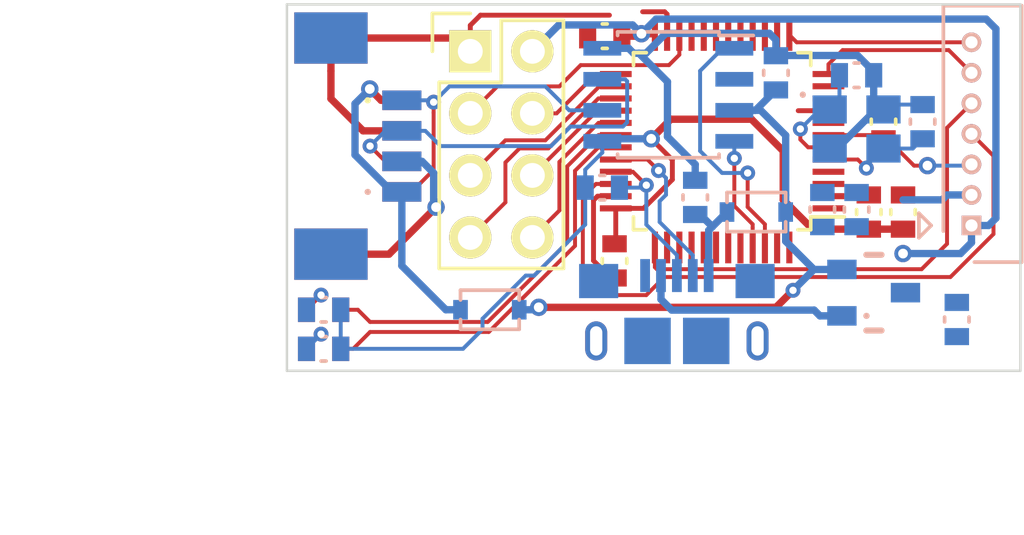
<source format=kicad_pcb>
(kicad_pcb (version 4) (host pcbnew 4.0.1-stable)

  (general
    (links 91)
    (no_connects 71)
    (area 19.949999 18.949999 50.050001 34.050001)
    (thickness 1.6)
    (drawings 6)
    (tracks 291)
    (zones 0)
    (modules 28)
    (nets 30)
  )

  (page A4)
  (layers
    (0 F.Cu signal)
    (31 B.Cu signal)
    (32 B.Adhes user hide)
    (33 F.Adhes user hide)
    (34 B.Paste user hide)
    (35 F.Paste user hide)
    (36 B.SilkS user)
    (37 F.SilkS user)
    (38 B.Mask user)
    (39 F.Mask user)
    (40 Dwgs.User user)
    (41 Cmts.User user)
    (42 Eco1.User user hide)
    (43 Eco2.User user hide)
    (44 Edge.Cuts user)
    (45 Margin user)
    (46 B.CrtYd user)
    (47 F.CrtYd user)
    (48 B.Fab user hide)
    (49 F.Fab user hide)
  )

  (setup
    (last_trace_width 0.2)
    (user_trace_width 0.2)
    (user_trace_width 0.3)
    (user_trace_width 0.4)
    (trace_clearance 0.16)
    (zone_clearance 0.508)
    (zone_45_only no)
    (trace_min 0.1525)
    (segment_width 0.2)
    (edge_width 0.1)
    (via_size 0.61)
    (via_drill 0.3)
    (via_min_size 0.61)
    (via_min_drill 0.3)
    (user_via 0.71 0.4)
    (user_via 0.81 0.5)
    (uvia_size 0.3)
    (uvia_drill 0.1)
    (uvias_allowed no)
    (uvia_min_size 0.2)
    (uvia_min_drill 0.1)
    (pcb_text_width 0.3)
    (pcb_text_size 1.5 1.5)
    (mod_edge_width 0.15)
    (mod_text_size 1 1)
    (mod_text_width 0.15)
    (pad_size 1.5 1.5)
    (pad_drill 0.6)
    (pad_to_mask_clearance 0)
    (aux_axis_origin 0 0)
    (grid_origin 67 16.8)
    (visible_elements FFFFFF7F)
    (pcbplotparams
      (layerselection 0x00030_80000001)
      (usegerberextensions false)
      (excludeedgelayer true)
      (linewidth 0.100000)
      (plotframeref false)
      (viasonmask false)
      (mode 1)
      (useauxorigin false)
      (hpglpennumber 1)
      (hpglpenspeed 20)
      (hpglpendiameter 15)
      (hpglpenoverlay 2)
      (psnegative false)
      (psa4output false)
      (plotreference true)
      (plotvalue true)
      (plotinvisibletext false)
      (padsonsilk false)
      (subtractmaskfromsilk false)
      (outputformat 1)
      (mirror false)
      (drillshape 1)
      (scaleselection 1)
      (outputdirectory ""))
  )

  (net 0 "")
  (net 1 GND)
  (net 2 VCC)
  (net 3 /NRST)
  (net 4 "Net-(C6-Pad2)")
  (net 5 "Net-(C7-Pad2)")
  (net 6 /V_USB)
  (net 7 /SWDIO)
  (net 8 /SWCLK)
  (net 9 "Net-(CONN2-Pad6)")
  (net 10 "Net-(CONN3-Pad4)")
  (net 11 "Net-(CONN3-Pad3)")
  (net 12 /V_CAN_BUS)
  (net 13 "Net-(D1-Pad2)")
  (net 14 "Net-(D2-Pad2)")
  (net 15 /nRF_CE)
  (net 16 /nRF_CSN)
  (net 17 /nRF_IRQ)
  (net 18 /USB_D+)
  (net 19 /USB_D-)
  (net 20 /CAN1_RX)
  (net 21 /CAN1_TX)
  (net 22 +5V)
  (net 23 /SPI2_SCK)
  (net 24 /SPI2_MOSI)
  (net 25 /SPI2_MISO)
  (net 26 /RX_LED)
  (net 27 /TX_LED)
  (net 28 /UART2_TX)
  (net 29 /UART2_RX)

  (net_class Default "This is the default net class."
    (clearance 0.16)
    (trace_width 0.16)
    (via_dia 0.61)
    (via_drill 0.3)
    (uvia_dia 0.3)
    (uvia_drill 0.1)
    (add_net +5V)
    (add_net /CAN1_RX)
    (add_net /CAN1_TX)
    (add_net /NRST)
    (add_net /RX_LED)
    (add_net /SPI2_MISO)
    (add_net /SPI2_MOSI)
    (add_net /SPI2_SCK)
    (add_net /SWCLK)
    (add_net /SWDIO)
    (add_net /TX_LED)
    (add_net /UART2_RX)
    (add_net /UART2_TX)
    (add_net /USB_D+)
    (add_net /USB_D-)
    (add_net /V_CAN_BUS)
    (add_net /V_USB)
    (add_net /nRF_CE)
    (add_net /nRF_CSN)
    (add_net /nRF_IRQ)
    (add_net GND)
    (add_net "Net-(C6-Pad2)")
    (add_net "Net-(C7-Pad2)")
    (add_net "Net-(CONN2-Pad6)")
    (add_net "Net-(CONN3-Pad3)")
    (add_net "Net-(CONN3-Pad4)")
    (add_net "Net-(D1-Pad2)")
    (add_net "Net-(D2-Pad2)")
    (add_net VCC)
  )

  (module Housings_QFP:LQFP-48_7x7mm_Pitch0.5mm (layer F.Cu) (tedit 56CA4698) (tstamp 563A6CBD)
    (at 37.8 24.6 180)
    (descr "48 LEAD LQFP 7x7mm (see MICREL LQFP7x7-48LD-PL-1.pdf)")
    (tags "QFP 0.5")
    (path /5591172E)
    (attr smd)
    (fp_text reference U1 (at 0 -6 180) (layer F.SilkS) hide
      (effects (font (size 1 1) (thickness 0.15)))
    )
    (fp_text value STM32F302C8T (at 0 6 180) (layer F.Fab) hide
      (effects (font (size 1 1) (thickness 0.15)))
    )
    (fp_line (start -5.25 -5.25) (end -5.25 5.25) (layer F.CrtYd) (width 0.05))
    (fp_line (start 5.25 -5.25) (end 5.25 5.25) (layer F.CrtYd) (width 0.05))
    (fp_line (start -5.25 -5.25) (end 5.25 -5.25) (layer F.CrtYd) (width 0.05))
    (fp_line (start -5.25 5.25) (end 5.25 5.25) (layer F.CrtYd) (width 0.05))
    (fp_line (start -3.625 -3.625) (end -3.625 -3.1) (layer F.SilkS) (width 0.15))
    (fp_line (start 3.625 -3.625) (end 3.625 -3.1) (layer F.SilkS) (width 0.15))
    (fp_line (start 3.625 3.625) (end 3.625 3.1) (layer F.SilkS) (width 0.15))
    (fp_line (start -3.625 3.625) (end -3.625 3.1) (layer F.SilkS) (width 0.15))
    (fp_line (start -3.625 -3.625) (end -3.1 -3.625) (layer F.SilkS) (width 0.15))
    (fp_line (start -3.625 3.625) (end -3.1 3.625) (layer F.SilkS) (width 0.15))
    (fp_line (start 3.625 3.625) (end 3.1 3.625) (layer F.SilkS) (width 0.15))
    (fp_line (start 3.625 -3.625) (end 3.1 -3.625) (layer F.SilkS) (width 0.15))
    (fp_line (start -3.625 -3.1) (end -5 -3.1) (layer F.SilkS) (width 0.15))
    (pad 1 smd rect (at -4.35 -2.75 180) (size 1.3 0.25) (layers F.Cu F.Paste F.Mask)
      (net 2 VCC))
    (pad 2 smd rect (at -4.35 -2.25 180) (size 1.3 0.25) (layers F.Cu F.Paste F.Mask))
    (pad 3 smd rect (at -4.35 -1.75 180) (size 1.3 0.25) (layers F.Cu F.Paste F.Mask))
    (pad 4 smd rect (at -4.35 -1.25 180) (size 1.3 0.25) (layers F.Cu F.Paste F.Mask))
    (pad 5 smd rect (at -4.35 -0.75 180) (size 1.3 0.25) (layers F.Cu F.Paste F.Mask)
      (net 5 "Net-(C7-Pad2)"))
    (pad 6 smd rect (at -4.35 -0.25 180) (size 1.3 0.25) (layers F.Cu F.Paste F.Mask)
      (net 4 "Net-(C6-Pad2)"))
    (pad 7 smd rect (at -4.35 0.25 180) (size 1.3 0.25) (layers F.Cu F.Paste F.Mask)
      (net 3 /NRST))
    (pad 8 smd rect (at -4.35 0.75 180) (size 1.3 0.25) (layers F.Cu F.Paste F.Mask)
      (net 1 GND))
    (pad 9 smd rect (at -4.35 1.25 180) (size 1.3 0.25) (layers F.Cu F.Paste F.Mask)
      (net 2 VCC))
    (pad 10 smd rect (at -4.35 1.75 180) (size 1.3 0.25) (layers F.Cu F.Paste F.Mask))
    (pad 11 smd rect (at -4.35 2.25 180) (size 1.3 0.25) (layers F.Cu F.Paste F.Mask))
    (pad 12 smd rect (at -4.35 2.75 180) (size 1.3 0.25) (layers F.Cu F.Paste F.Mask)
      (net 28 /UART2_TX))
    (pad 13 smd rect (at -2.75 4.35 270) (size 1.3 0.25) (layers F.Cu F.Paste F.Mask)
      (net 29 /UART2_RX))
    (pad 14 smd rect (at -2.25 4.35 270) (size 1.3 0.25) (layers F.Cu F.Paste F.Mask))
    (pad 15 smd rect (at -1.75 4.35 270) (size 1.3 0.25) (layers F.Cu F.Paste F.Mask))
    (pad 16 smd rect (at -1.25 4.35 270) (size 1.3 0.25) (layers F.Cu F.Paste F.Mask))
    (pad 17 smd rect (at -0.75 4.35 270) (size 1.3 0.25) (layers F.Cu F.Paste F.Mask))
    (pad 18 smd rect (at -0.25 4.35 270) (size 1.3 0.25) (layers F.Cu F.Paste F.Mask))
    (pad 19 smd rect (at 0.25 4.35 270) (size 1.3 0.25) (layers F.Cu F.Paste F.Mask))
    (pad 20 smd rect (at 0.75 4.35 270) (size 1.3 0.25) (layers F.Cu F.Paste F.Mask))
    (pad 21 smd rect (at 1.25 4.35 270) (size 1.3 0.25) (layers F.Cu F.Paste F.Mask))
    (pad 22 smd rect (at 1.75 4.35 270) (size 1.3 0.25) (layers F.Cu F.Paste F.Mask)
      (net 15 /nRF_CE))
    (pad 23 smd rect (at 2.25 4.35 270) (size 1.3 0.25) (layers F.Cu F.Paste F.Mask)
      (net 1 GND))
    (pad 24 smd rect (at 2.75 4.35 270) (size 1.3 0.25) (layers F.Cu F.Paste F.Mask)
      (net 2 VCC))
    (pad 25 smd rect (at 4.35 2.75 180) (size 1.3 0.25) (layers F.Cu F.Paste F.Mask)
      (net 16 /nRF_CSN))
    (pad 26 smd rect (at 4.35 2.25 180) (size 1.3 0.25) (layers F.Cu F.Paste F.Mask)
      (net 23 /SPI2_SCK))
    (pad 27 smd rect (at 4.35 1.75 180) (size 1.3 0.25) (layers F.Cu F.Paste F.Mask)
      (net 25 /SPI2_MISO))
    (pad 28 smd rect (at 4.35 1.25 180) (size 1.3 0.25) (layers F.Cu F.Paste F.Mask)
      (net 24 /SPI2_MOSI))
    (pad 29 smd rect (at 4.35 0.75 180) (size 1.3 0.25) (layers F.Cu F.Paste F.Mask)
      (net 17 /nRF_IRQ))
    (pad 30 smd rect (at 4.35 0.25 180) (size 1.3 0.25) (layers F.Cu F.Paste F.Mask)
      (net 27 /TX_LED))
    (pad 31 smd rect (at 4.35 -0.25 180) (size 1.3 0.25) (layers F.Cu F.Paste F.Mask)
      (net 26 /RX_LED))
    (pad 32 smd rect (at 4.35 -0.75 180) (size 1.3 0.25) (layers F.Cu F.Paste F.Mask)
      (net 19 /USB_D-))
    (pad 33 smd rect (at 4.35 -1.25 180) (size 1.3 0.25) (layers F.Cu F.Paste F.Mask)
      (net 18 /USB_D+))
    (pad 34 smd rect (at 4.35 -1.75 180) (size 1.3 0.25) (layers F.Cu F.Paste F.Mask)
      (net 7 /SWDIO))
    (pad 35 smd rect (at 4.35 -2.25 180) (size 1.3 0.25) (layers F.Cu F.Paste F.Mask)
      (net 1 GND))
    (pad 36 smd rect (at 4.35 -2.75 180) (size 1.3 0.25) (layers F.Cu F.Paste F.Mask)
      (net 2 VCC))
    (pad 37 smd rect (at 2.75 -4.35 270) (size 1.3 0.25) (layers F.Cu F.Paste F.Mask)
      (net 8 /SWCLK))
    (pad 38 smd rect (at 2.25 -4.35 270) (size 1.3 0.25) (layers F.Cu F.Paste F.Mask))
    (pad 39 smd rect (at 1.75 -4.35 270) (size 1.3 0.25) (layers F.Cu F.Paste F.Mask))
    (pad 40 smd rect (at 1.25 -4.35 270) (size 1.3 0.25) (layers F.Cu F.Paste F.Mask))
    (pad 41 smd rect (at 0.75 -4.35 270) (size 1.3 0.25) (layers F.Cu F.Paste F.Mask))
    (pad 42 smd rect (at 0.25 -4.35 270) (size 1.3 0.25) (layers F.Cu F.Paste F.Mask))
    (pad 43 smd rect (at -0.25 -4.35 270) (size 1.3 0.25) (layers F.Cu F.Paste F.Mask))
    (pad 44 smd rect (at -0.75 -4.35 270) (size 1.3 0.25) (layers F.Cu F.Paste F.Mask)
      (net 1 GND))
    (pad 45 smd rect (at -1.25 -4.35 270) (size 1.3 0.25) (layers F.Cu F.Paste F.Mask)
      (net 20 /CAN1_RX))
    (pad 46 smd rect (at -1.75 -4.35 270) (size 1.3 0.25) (layers F.Cu F.Paste F.Mask)
      (net 21 /CAN1_TX))
    (pad 47 smd rect (at -2.25 -4.35 270) (size 1.3 0.25) (layers F.Cu F.Paste F.Mask)
      (net 1 GND))
    (pad 48 smd rect (at -2.75 -4.35 270) (size 1.3 0.25) (layers F.Cu F.Paste F.Mask)
      (net 2 VCC))
    (model Housings_QFP.3dshapes/LQFP-48_7x7mm_Pitch0.5mm.wrl
      (at (xyz 0 0 0))
      (scale (xyz 1 1 1))
      (rotate (xyz 0 0 0))
    )
  )

  (module _std:_0603 (layer F.Cu) (tedit 52FFB20E) (tstamp 563A6BE5)
    (at 44.4 23.8 90)
    (path /5562322D)
    (fp_text reference C4 (at 0 0 90) (layer F.SilkS) hide
      (effects (font (size 0.5 0.5) (thickness 0.125)))
    )
    (fp_text value 100nF (at 0 0 90) (layer F.SilkS) hide
      (effects (font (size 0.5 0.5) (thickness 0.125)))
    )
    (fp_line (start 0.1 0.5) (end -0.1 0.5) (layer F.SilkS) (width 0.15))
    (fp_line (start 0.1 -0.5) (end -0.1 -0.5) (layer F.SilkS) (width 0.15))
    (pad 2 smd rect (at 0.7 0 90) (size 0.7 1) (layers F.Cu F.Paste F.Mask)
      (net 1 GND))
    (pad 1 smd rect (at -0.7 0 90) (size 0.7 1) (layers F.Cu F.Paste F.Mask)
      (net 3 /NRST))
  )

  (module _connectors:_Molex-PicoBlade-SMD-4 (layer F.Cu) (tedit 563A6D9F) (tstamp 563A6C3B)
    (at 21.8 24.8 270)
    (path /55D47BFA)
    (fp_text reference CONN4 (at 0 -0.8 270) (layer F.SilkS) hide
      (effects (font (size 0.5 0.5) (thickness 0.125)))
    )
    (fp_text value CAN1 (at 0 0.7 270) (layer F.SilkS) hide
      (effects (font (size 0.5 0.5) (thickness 0.125)))
    )
    (fp_line (start -1.875 -1.5) (end -1.875 -1.51) (layer F.SilkS) (width 0.25))
    (pad 4 smd rect (at 1.875 -2.9 270) (size 0.8 1.6) (layers F.Cu F.Paste F.Mask)
      (net 10 "Net-(CONN3-Pad4)"))
    (pad 3 smd rect (at 0.625 -2.9 270) (size 0.8 1.6) (layers F.Cu F.Paste F.Mask)
      (net 11 "Net-(CONN3-Pad3)"))
    (pad 2 smd rect (at -0.625 -2.9 270) (size 0.8 1.6) (layers F.Cu F.Paste F.Mask)
      (net 1 GND))
    (pad 1 smd rect (at -1.875 -2.9 270) (size 0.8 1.6) (layers F.Cu F.Paste F.Mask)
      (net 12 /V_CAN_BUS))
    (pad MECH smd rect (at -4.425 0 270) (size 2.1 3) (layers F.Cu F.Paste F.Mask)
      (net 1 GND))
    (pad MECH smd rect (at 4.425 0 270) (size 2.1 3) (layers F.Cu F.Paste F.Mask)
      (net 1 GND))
  )

  (module _std:_0603 (layer F.Cu) (tedit 52FFB20E) (tstamp 563A6BD3)
    (at 45.2 27.5 90)
    (path /5561F145)
    (fp_text reference C1 (at 0 0 90) (layer F.SilkS) hide
      (effects (font (size 0.5 0.5) (thickness 0.125)))
    )
    (fp_text value 4.7uF (at 0 0 90) (layer F.SilkS) hide
      (effects (font (size 0.5 0.5) (thickness 0.125)))
    )
    (fp_line (start 0.1 0.5) (end -0.1 0.5) (layer F.SilkS) (width 0.15))
    (fp_line (start 0.1 -0.5) (end -0.1 -0.5) (layer F.SilkS) (width 0.15))
    (pad 2 smd rect (at 0.7 0 90) (size 0.7 1) (layers F.Cu F.Paste F.Mask)
      (net 1 GND))
    (pad 1 smd rect (at -0.7 0 90) (size 0.7 1) (layers F.Cu F.Paste F.Mask)
      (net 2 VCC))
  )

  (module _std:_0603 (layer F.Cu) (tedit 52FFB20E) (tstamp 563A6BD9)
    (at 33 20.3 180)
    (path /5561F125)
    (fp_text reference C2 (at 0 0 180) (layer F.SilkS) hide
      (effects (font (size 0.5 0.5) (thickness 0.125)))
    )
    (fp_text value 100nF (at 0 0 180) (layer F.SilkS) hide
      (effects (font (size 0.5 0.5) (thickness 0.125)))
    )
    (fp_line (start 0.1 0.5) (end -0.1 0.5) (layer F.SilkS) (width 0.15))
    (fp_line (start 0.1 -0.5) (end -0.1 -0.5) (layer F.SilkS) (width 0.15))
    (pad 2 smd rect (at 0.7 0 180) (size 0.7 1) (layers F.Cu F.Paste F.Mask)
      (net 1 GND))
    (pad 1 smd rect (at -0.7 0 180) (size 0.7 1) (layers F.Cu F.Paste F.Mask)
      (net 2 VCC))
  )

  (module _std:_0603 (layer F.Cu) (tedit 52FFB20E) (tstamp 563A6BDF)
    (at 33.4 29.5 270)
    (path /5561F104)
    (fp_text reference C3 (at 0 0 270) (layer F.SilkS) hide
      (effects (font (size 0.5 0.5) (thickness 0.125)))
    )
    (fp_text value 100nF (at 0 0 270) (layer F.SilkS) hide
      (effects (font (size 0.5 0.5) (thickness 0.125)))
    )
    (fp_line (start 0.1 0.5) (end -0.1 0.5) (layer F.SilkS) (width 0.15))
    (fp_line (start 0.1 -0.5) (end -0.1 -0.5) (layer F.SilkS) (width 0.15))
    (pad 2 smd rect (at 0.7 0 270) (size 0.7 1) (layers F.Cu F.Paste F.Mask)
      (net 1 GND))
    (pad 1 smd rect (at -0.7 0 270) (size 0.7 1) (layers F.Cu F.Paste F.Mask)
      (net 2 VCC))
  )

  (module _std:_0603 (layer F.Cu) (tedit 52FFB20E) (tstamp 563A6BEB)
    (at 43.8 27.5 90)
    (path /5561F0E9)
    (fp_text reference C5 (at 0 0 90) (layer F.SilkS) hide
      (effects (font (size 0.5 0.5) (thickness 0.125)))
    )
    (fp_text value 100nF (at 0 0 90) (layer F.SilkS) hide
      (effects (font (size 0.5 0.5) (thickness 0.125)))
    )
    (fp_line (start 0.1 0.5) (end -0.1 0.5) (layer F.SilkS) (width 0.15))
    (fp_line (start 0.1 -0.5) (end -0.1 -0.5) (layer F.SilkS) (width 0.15))
    (pad 2 smd rect (at 0.7 0 90) (size 0.7 1) (layers F.Cu F.Paste F.Mask)
      (net 1 GND))
    (pad 1 smd rect (at -0.7 0 90) (size 0.7 1) (layers F.Cu F.Paste F.Mask)
      (net 2 VCC))
  )

  (module _std:_0603 (layer B.Cu) (tedit 52FFB20E) (tstamp 563A6BF1)
    (at 43.3 21.9 180)
    (path /55621176)
    (fp_text reference C6 (at 0 0 180) (layer B.SilkS) hide
      (effects (font (size 0.5 0.5) (thickness 0.125)) (justify mirror))
    )
    (fp_text value 10pF (at 0 0 180) (layer B.SilkS) hide
      (effects (font (size 0.5 0.5) (thickness 0.125)) (justify mirror))
    )
    (fp_line (start 0.1 -0.5) (end -0.1 -0.5) (layer B.SilkS) (width 0.15))
    (fp_line (start 0.1 0.5) (end -0.1 0.5) (layer B.SilkS) (width 0.15))
    (pad 2 smd rect (at 0.7 0 180) (size 0.7 1) (layers B.Cu B.Paste B.Mask)
      (net 4 "Net-(C6-Pad2)"))
    (pad 1 smd rect (at -0.7 0 180) (size 0.7 1) (layers B.Cu B.Paste B.Mask)
      (net 1 GND))
  )

  (module _std:_0603 (layer B.Cu) (tedit 52FFB20E) (tstamp 563A6BF7)
    (at 46 23.8 270)
    (path /556210C8)
    (fp_text reference C7 (at 0 0 270) (layer B.SilkS) hide
      (effects (font (size 0.5 0.5) (thickness 0.125)) (justify mirror))
    )
    (fp_text value 10pF (at 0 0 270) (layer B.SilkS) hide
      (effects (font (size 0.5 0.5) (thickness 0.125)) (justify mirror))
    )
    (fp_line (start 0.1 -0.5) (end -0.1 -0.5) (layer B.SilkS) (width 0.15))
    (fp_line (start 0.1 0.5) (end -0.1 0.5) (layer B.SilkS) (width 0.15))
    (pad 2 smd rect (at 0.7 0 270) (size 0.7 1) (layers B.Cu B.Paste B.Mask)
      (net 5 "Net-(C7-Pad2)"))
    (pad 1 smd rect (at -0.7 0 270) (size 0.7 1) (layers B.Cu B.Paste B.Mask)
      (net 1 GND))
  )

  (module _std:_0603 (layer B.Cu) (tedit 52FFB20E) (tstamp 563A6BFD)
    (at 40 21.8 90)
    (path /560F039C)
    (fp_text reference C8 (at 0 0 90) (layer B.SilkS) hide
      (effects (font (size 0.5 0.5) (thickness 0.125)) (justify mirror))
    )
    (fp_text value 100nF (at 0 0 90) (layer B.SilkS) hide
      (effects (font (size 0.5 0.5) (thickness 0.125)) (justify mirror))
    )
    (fp_line (start 0.1 -0.5) (end -0.1 -0.5) (layer B.SilkS) (width 0.15))
    (fp_line (start 0.1 0.5) (end -0.1 0.5) (layer B.SilkS) (width 0.15))
    (pad 2 smd rect (at 0.7 0 90) (size 0.7 1) (layers B.Cu B.Paste B.Mask)
      (net 1 GND))
    (pad 1 smd rect (at -0.7 0 90) (size 0.7 1) (layers B.Cu B.Paste B.Mask)
      (net 22 +5V))
  )

  (module _std:_0603 (layer B.Cu) (tedit 52FFB20E) (tstamp 563A6C03)
    (at 41.9 27.4 90)
    (path /563B4E3B)
    (fp_text reference C9 (at 0 0 90) (layer B.SilkS) hide
      (effects (font (size 0.5 0.5) (thickness 0.125)) (justify mirror))
    )
    (fp_text value 22uF (at 0 0 90) (layer B.SilkS) hide
      (effects (font (size 0.5 0.5) (thickness 0.125)) (justify mirror))
    )
    (fp_line (start 0.1 -0.5) (end -0.1 -0.5) (layer B.SilkS) (width 0.15))
    (fp_line (start 0.1 0.5) (end -0.1 0.5) (layer B.SilkS) (width 0.15))
    (pad 2 smd rect (at 0.7 0 90) (size 0.7 1) (layers B.Cu B.Paste B.Mask)
      (net 1 GND))
    (pad 1 smd rect (at -0.7 0 90) (size 0.7 1) (layers B.Cu B.Paste B.Mask)
      (net 22 +5V))
  )

  (module _std:_0603 (layer B.Cu) (tedit 52FFB20E) (tstamp 563A6C09)
    (at 43.3 27.4 90)
    (path /55D2FDCA)
    (fp_text reference C10 (at 0 0 90) (layer B.SilkS) hide
      (effects (font (size 0.5 0.5) (thickness 0.125)) (justify mirror))
    )
    (fp_text value 1uF (at 0 0 90) (layer B.SilkS) hide
      (effects (font (size 0.5 0.5) (thickness 0.125)) (justify mirror))
    )
    (fp_line (start 0.1 -0.5) (end -0.1 -0.5) (layer B.SilkS) (width 0.15))
    (fp_line (start 0.1 0.5) (end -0.1 0.5) (layer B.SilkS) (width 0.15))
    (pad 2 smd rect (at 0.7 0 90) (size 0.7 1) (layers B.Cu B.Paste B.Mask)
      (net 1 GND))
    (pad 1 smd rect (at -0.7 0 90) (size 0.7 1) (layers B.Cu B.Paste B.Mask)
      (net 22 +5V))
  )

  (module _std:_0603 (layer B.Cu) (tedit 52FFB20E) (tstamp 563A6C0F)
    (at 36.7 26.9 90)
    (path /560BF88C)
    (fp_text reference C11 (at 0 0 90) (layer B.SilkS) hide
      (effects (font (size 0.5 0.5) (thickness 0.125)) (justify mirror))
    )
    (fp_text value 100nF (at 0 0 90) (layer B.SilkS) hide
      (effects (font (size 0.5 0.5) (thickness 0.125)) (justify mirror))
    )
    (fp_line (start 0.1 -0.5) (end -0.1 -0.5) (layer B.SilkS) (width 0.15))
    (fp_line (start 0.1 0.5) (end -0.1 0.5) (layer B.SilkS) (width 0.15))
    (pad 2 smd rect (at 0.7 0 90) (size 0.7 1) (layers B.Cu B.Paste B.Mask)
      (net 1 GND))
    (pad 1 smd rect (at -0.7 0 90) (size 0.7 1) (layers B.Cu B.Paste B.Mask)
      (net 6 /V_USB))
  )

  (module _connectors:_Molex-PicoBlade-SMD-4 (layer B.Cu) (tedit 563A6D93) (tstamp 563A6C31)
    (at 21.8 24.8 90)
    (path /5561FFB6)
    (fp_text reference CONN3 (at 0 0.8 90) (layer B.SilkS) hide
      (effects (font (size 0.5 0.5) (thickness 0.125)) (justify mirror))
    )
    (fp_text value CAN1 (at 0 -0.7 90) (layer B.SilkS) hide
      (effects (font (size 0.5 0.5) (thickness 0.125)) (justify mirror))
    )
    (fp_line (start -1.875 1.5) (end -1.875 1.51) (layer B.SilkS) (width 0.25))
    (pad 4 smd rect (at 1.875 2.9 90) (size 0.8 1.6) (layers B.Cu B.Paste B.Mask)
      (net 10 "Net-(CONN3-Pad4)"))
    (pad 3 smd rect (at 0.625 2.9 90) (size 0.8 1.6) (layers B.Cu B.Paste B.Mask)
      (net 11 "Net-(CONN3-Pad3)"))
    (pad 2 smd rect (at -0.625 2.9 90) (size 0.8 1.6) (layers B.Cu B.Paste B.Mask)
      (net 1 GND))
    (pad 1 smd rect (at -1.875 2.9 90) (size 0.8 1.6) (layers B.Cu B.Paste B.Mask)
      (net 12 /V_CAN_BUS))
    (pad MECH smd rect (at -4.425 0 90) (size 2.1 3) (layers B.Cu B.Paste B.Mask)
      (net 1 GND))
    (pad MECH smd rect (at 4.425 0 90) (size 2.1 3) (layers B.Cu B.Paste B.Mask)
      (net 1 GND))
  )

  (module _std:_0603 (layer F.Cu) (tedit 52FFB20E) (tstamp 563A6C41)
    (at 21.5 33.1 180)
    (path /55624274)
    (fp_text reference D1 (at 0 0 180) (layer F.SilkS) hide
      (effects (font (size 0.5 0.5) (thickness 0.125)))
    )
    (fp_text value RX (at 0 0 180) (layer F.SilkS) hide
      (effects (font (size 0.5 0.5) (thickness 0.125)))
    )
    (fp_line (start 0.1 0.5) (end -0.1 0.5) (layer F.SilkS) (width 0.15))
    (fp_line (start 0.1 -0.5) (end -0.1 -0.5) (layer F.SilkS) (width 0.15))
    (pad 2 smd rect (at 0.7 0 180) (size 0.7 1) (layers F.Cu F.Paste F.Mask)
      (net 13 "Net-(D1-Pad2)"))
    (pad 1 smd rect (at -0.7 0 180) (size 0.7 1) (layers F.Cu F.Paste F.Mask)
      (net 26 /RX_LED))
  )

  (module _std:_0603 (layer F.Cu) (tedit 52FFB20E) (tstamp 563A6C47)
    (at 21.5 31.5 180)
    (path /55622E77)
    (fp_text reference D2 (at 0 0 180) (layer F.SilkS) hide
      (effects (font (size 0.5 0.5) (thickness 0.125)))
    )
    (fp_text value TX (at 0 0 180) (layer F.SilkS) hide
      (effects (font (size 0.5 0.5) (thickness 0.125)))
    )
    (fp_line (start 0.1 0.5) (end -0.1 0.5) (layer F.SilkS) (width 0.15))
    (fp_line (start 0.1 -0.5) (end -0.1 -0.5) (layer F.SilkS) (width 0.15))
    (pad 2 smd rect (at 0.7 0 180) (size 0.7 1) (layers F.Cu F.Paste F.Mask)
      (net 14 "Net-(D2-Pad2)"))
    (pad 1 smd rect (at -0.7 0 180) (size 0.7 1) (layers F.Cu F.Paste F.Mask)
      (net 27 /TX_LED))
  )

  (module Pin_Headers:Pin_Header_Straight_2x04 (layer F.Cu) (tedit 563A6E50) (tstamp 563A6C65)
    (at 27.5 20.92)
    (descr "Through hole pin header")
    (tags "pin header")
    (path /563A9D04)
    (fp_text reference P1 (at 0 -5.1) (layer F.SilkS) hide
      (effects (font (size 1 1) (thickness 0.15)))
    )
    (fp_text value CONN_02X04 (at 0 -3.1) (layer F.Fab) hide
      (effects (font (size 1 1) (thickness 0.15)))
    )
    (fp_line (start -1.75 -1.75) (end -1.75 9.4) (layer F.CrtYd) (width 0.05))
    (fp_line (start 4.3 -1.75) (end 4.3 9.4) (layer F.CrtYd) (width 0.05))
    (fp_line (start -1.75 -1.75) (end 4.3 -1.75) (layer F.CrtYd) (width 0.05))
    (fp_line (start -1.75 9.4) (end 4.3 9.4) (layer F.CrtYd) (width 0.05))
    (fp_line (start -1.27 1.27) (end -1.27 8.89) (layer F.SilkS) (width 0.15))
    (fp_line (start -1.27 8.89) (end 3.81 8.89) (layer F.SilkS) (width 0.15))
    (fp_line (start 3.81 8.89) (end 3.81 -1.27) (layer F.SilkS) (width 0.15))
    (fp_line (start 3.81 -1.27) (end 1.27 -1.27) (layer F.SilkS) (width 0.15))
    (fp_line (start 0 -1.55) (end -1.55 -1.55) (layer F.SilkS) (width 0.15))
    (fp_line (start 1.27 -1.27) (end 1.27 1.27) (layer F.SilkS) (width 0.15))
    (fp_line (start 1.27 1.27) (end -1.27 1.27) (layer F.SilkS) (width 0.15))
    (fp_line (start -1.55 -1.55) (end -1.55 0) (layer F.SilkS) (width 0.15))
    (pad 1 thru_hole rect (at 0 0) (size 1.7272 1.7272) (drill 1.016) (layers *.Cu *.Mask F.SilkS)
      (net 1 GND))
    (pad 2 thru_hole oval (at 2.54 0) (size 1.7272 1.7272) (drill 1.016) (layers *.Cu *.Mask F.SilkS)
      (net 2 VCC))
    (pad 3 thru_hole oval (at 0 2.54) (size 1.7272 1.7272) (drill 1.016) (layers *.Cu *.Mask F.SilkS)
      (net 15 /nRF_CE))
    (pad 4 thru_hole oval (at 2.54 2.54) (size 1.7272 1.7272) (drill 1.016) (layers *.Cu *.Mask F.SilkS)
      (net 16 /nRF_CSN))
    (pad 5 thru_hole oval (at 0 5.08) (size 1.7272 1.7272) (drill 1.016) (layers *.Cu *.Mask F.SilkS)
      (net 23 /SPI2_SCK))
    (pad 6 thru_hole oval (at 2.54 5.08) (size 1.7272 1.7272) (drill 1.016) (layers *.Cu *.Mask F.SilkS)
      (net 24 /SPI2_MOSI))
    (pad 7 thru_hole oval (at 0 7.62) (size 1.7272 1.7272) (drill 1.016) (layers *.Cu *.Mask F.SilkS)
      (net 25 /SPI2_MISO))
    (pad 8 thru_hole oval (at 2.54 7.62) (size 1.7272 1.7272) (drill 1.016) (layers *.Cu *.Mask F.SilkS)
      (net 17 /nRF_IRQ))
    (model Pin_Headers.3dshapes/Pin_Header_Straight_2x04.wrl
      (at (xyz 0.05 -0.15 0))
      (scale (xyz 1 1 1))
      (rotate (xyz 0 0 90))
    )
  )

  (module _std:_0603 (layer B.Cu) (tedit 52FFB20E) (tstamp 563A6C71)
    (at 21.5 33.1)
    (path /5562427A)
    (fp_text reference R2 (at 0 0) (layer B.SilkS) hide
      (effects (font (size 0.5 0.5) (thickness 0.125)) (justify mirror))
    )
    (fp_text value 1K (at 0 0) (layer B.SilkS) hide
      (effects (font (size 0.5 0.5) (thickness 0.125)) (justify mirror))
    )
    (fp_line (start 0.1 -0.5) (end -0.1 -0.5) (layer B.SilkS) (width 0.15))
    (fp_line (start 0.1 0.5) (end -0.1 0.5) (layer B.SilkS) (width 0.15))
    (pad 2 smd rect (at 0.7 0) (size 0.7 1) (layers B.Cu B.Paste B.Mask)
      (net 2 VCC))
    (pad 1 smd rect (at -0.7 0) (size 0.7 1) (layers B.Cu B.Paste B.Mask)
      (net 13 "Net-(D1-Pad2)"))
  )

  (module _std:_0603 (layer B.Cu) (tedit 52FFB20E) (tstamp 563A6C77)
    (at 21.5 31.5)
    (path /55622F4C)
    (fp_text reference R3 (at 0 0) (layer B.SilkS) hide
      (effects (font (size 0.5 0.5) (thickness 0.125)) (justify mirror))
    )
    (fp_text value 1K (at 0 0) (layer B.SilkS) hide
      (effects (font (size 0.5 0.5) (thickness 0.125)) (justify mirror))
    )
    (fp_line (start 0.1 -0.5) (end -0.1 -0.5) (layer B.SilkS) (width 0.15))
    (fp_line (start 0.1 0.5) (end -0.1 0.5) (layer B.SilkS) (width 0.15))
    (pad 2 smd rect (at 0.7 0) (size 0.7 1) (layers B.Cu B.Paste B.Mask)
      (net 2 VCC))
    (pad 1 smd rect (at -0.7 0) (size 0.7 1) (layers B.Cu B.Paste B.Mask)
      (net 14 "Net-(D2-Pad2)"))
  )

  (module _std:_0603 (layer B.Cu) (tedit 52FFB20E) (tstamp 563A6C7D)
    (at 32.9 26.5)
    (path /560C3883)
    (fp_text reference R4 (at 0 0) (layer B.SilkS) hide
      (effects (font (size 0.5 0.5) (thickness 0.125)) (justify mirror))
    )
    (fp_text value 1.5k (at 0 0) (layer B.SilkS) hide
      (effects (font (size 0.5 0.5) (thickness 0.125)) (justify mirror))
    )
    (fp_line (start 0.1 -0.5) (end -0.1 -0.5) (layer B.SilkS) (width 0.15))
    (fp_line (start 0.1 0.5) (end -0.1 0.5) (layer B.SilkS) (width 0.15))
    (pad 2 smd rect (at 0.7 0) (size 0.7 1) (layers B.Cu B.Paste B.Mask)
      (net 18 /USB_D+))
    (pad 1 smd rect (at -0.7 0) (size 0.7 1) (layers B.Cu B.Paste B.Mask)
      (net 2 VCC))
  )

  (module Housings_SOIC:SOIC-8_3.9x4.9mm_Pitch1.27mm (layer B.Cu) (tedit 563A6E88) (tstamp 563A6CC9)
    (at 35.6 22.7 180)
    (descr "8-Lead Plastic Small Outline (SN) - Narrow, 3.90 mm Body [SOIC] (see Microchip Packaging Specification 00000049BS.pdf)")
    (tags "SOIC 1.27")
    (path /55929DE5)
    (attr smd)
    (fp_text reference U2 (at 0 3.5 180) (layer B.SilkS) hide
      (effects (font (size 1 1) (thickness 0.15)) (justify mirror))
    )
    (fp_text value SN65HVD256 (at 0 -3.5 180) (layer B.Fab) hide
      (effects (font (size 1 1) (thickness 0.15)) (justify mirror))
    )
    (fp_line (start -3.75 2.75) (end -3.75 -2.75) (layer B.CrtYd) (width 0.05))
    (fp_line (start 3.75 2.75) (end 3.75 -2.75) (layer B.CrtYd) (width 0.05))
    (fp_line (start -3.75 2.75) (end 3.75 2.75) (layer B.CrtYd) (width 0.05))
    (fp_line (start -3.75 -2.75) (end 3.75 -2.75) (layer B.CrtYd) (width 0.05))
    (fp_line (start -2.075 2.575) (end -2.075 2.43) (layer B.SilkS) (width 0.15))
    (fp_line (start 2.075 2.575) (end 2.075 2.43) (layer B.SilkS) (width 0.15))
    (fp_line (start 2.075 -2.575) (end 2.075 -2.43) (layer B.SilkS) (width 0.15))
    (fp_line (start -2.075 -2.575) (end -2.075 -2.43) (layer B.SilkS) (width 0.15))
    (fp_line (start -2.075 2.575) (end 2.075 2.575) (layer B.SilkS) (width 0.15))
    (fp_line (start -2.075 -2.575) (end 2.075 -2.575) (layer B.SilkS) (width 0.15))
    (fp_line (start -2.075 2.43) (end -3.475 2.43) (layer B.SilkS) (width 0.15))
    (pad 1 smd rect (at -2.7 1.905 180) (size 1.55 0.6) (layers B.Cu B.Paste B.Mask)
      (net 21 /CAN1_TX))
    (pad 2 smd rect (at -2.7 0.635 180) (size 1.55 0.6) (layers B.Cu B.Paste B.Mask)
      (net 1 GND))
    (pad 3 smd rect (at -2.7 -0.635 180) (size 1.55 0.6) (layers B.Cu B.Paste B.Mask)
      (net 22 +5V))
    (pad 4 smd rect (at -2.7 -1.905 180) (size 1.55 0.6) (layers B.Cu B.Paste B.Mask)
      (net 20 /CAN1_RX))
    (pad 5 smd rect (at 2.7 -1.905 180) (size 1.55 0.6) (layers B.Cu B.Paste B.Mask)
      (net 2 VCC))
    (pad 6 smd rect (at 2.7 -0.635 180) (size 1.55 0.6) (layers B.Cu B.Paste B.Mask)
      (net 10 "Net-(CONN3-Pad4)"))
    (pad 7 smd rect (at 2.7 0.635 180) (size 1.55 0.6) (layers B.Cu B.Paste B.Mask)
      (net 11 "Net-(CONN3-Pad3)"))
    (pad 8 smd rect (at 2.7 1.905 180) (size 1.55 0.6) (layers B.Cu B.Paste B.Mask)
      (net 1 GND))
    (model Housings_SOIC.3dshapes/SOIC-8_3.9x4.9mm_Pitch1.27mm.wrl
      (at (xyz 0 0 0))
      (scale (xyz 1 1 1))
      (rotate (xyz 0 0 0))
    )
  )

  (module _div:_TSX-3225-SMD-XTAL (layer B.Cu) (tedit 563A6D74) (tstamp 563A6CE2)
    (at 43.3 24.1)
    (path /55620E88)
    (fp_text reference X1 (at 0 0.7) (layer B.SilkS) hide
      (effects (font (size 0.5 0.5) (thickness 0.125)) (justify mirror))
    )
    (fp_text value "16MHz 10ppm" (at 0 -0.7) (layer B.SilkS) hide
      (effects (font (size 0.5 0.5) (thickness 0.125)) (justify mirror))
    )
    (fp_line (start -2.2 -1.4) (end -2.2 -1.41) (layer B.SilkS) (width 0.25))
    (pad 4 smd rect (at -1.1 0.8) (size 1.4 1.15) (layers B.Cu B.Paste B.Mask)
      (net 1 GND))
    (pad 3 smd rect (at 1.1 0.8) (size 1.4 1.15) (layers B.Cu B.Paste B.Mask)
      (net 5 "Net-(C7-Pad2)"))
    (pad 2 smd rect (at 1.1 -0.8) (size 1.4 1.15) (layers B.Cu B.Paste B.Mask)
      (net 1 GND))
    (pad 1 smd rect (at -1.1 -0.8) (size 1.4 1.15) (layers B.Cu B.Paste B.Mask)
      (net 4 "Net-(C6-Pad2)"))
  )

  (module _std:_SOD-323 (layer B.Cu) (tedit 563A6E42) (tstamp 563A7430)
    (at 28.3 31.5 180)
    (tags SOD-323)
    (path /563A6DC7)
    (fp_text reference D3 (at 0.1 0.5 180) (layer B.SilkS) hide
      (effects (font (size 0.5 0.5) (thickness 0.125)) (justify mirror))
    )
    (fp_text value BAT60J (at 0 -0.2 180) (layer B.SilkS) hide
      (effects (font (size 0.5 0.5) (thickness 0.125)) (justify mirror))
    )
    (fp_line (start 1.2 -0.4) (end 1.2 -0.8) (layer B.SilkS) (width 0.15))
    (fp_line (start 1.2 -0.8) (end -1.2 -0.8) (layer B.SilkS) (width 0.15))
    (fp_line (start -1.2 -0.8) (end -1.2 -0.4) (layer B.SilkS) (width 0.15))
    (fp_line (start -1.2 0.4) (end -1.2 0.8) (layer B.SilkS) (width 0.15))
    (fp_line (start -1.2 0.8) (end 1.2 0.8) (layer B.SilkS) (width 0.15))
    (fp_line (start 1.2 0.8) (end 1.2 0.4) (layer B.SilkS) (width 0.15))
    (pad 2 smd rect (at 1.2 0 180) (size 0.6 0.8) (layers B.Cu B.Paste B.Mask)
      (net 12 /V_CAN_BUS))
    (pad 1 smd rect (at -1.2 0 180) (size 0.6 0.8) (layers B.Cu B.Paste B.Mask)
      (net 22 +5V))
  )

  (module _std:_SOD-323 (layer B.Cu) (tedit 563A6E3B) (tstamp 563A7435)
    (at 39.2 27.5 180)
    (tags SOD-323)
    (path /563A6EEE)
    (fp_text reference D4 (at 0.1 0.5 180) (layer B.SilkS) hide
      (effects (font (size 0.5 0.5) (thickness 0.125)) (justify mirror))
    )
    (fp_text value BAT60J (at 0 -0.2 180) (layer B.SilkS) hide
      (effects (font (size 0.5 0.5) (thickness 0.125)) (justify mirror))
    )
    (fp_line (start 1.2 -0.4) (end 1.2 -0.8) (layer B.SilkS) (width 0.15))
    (fp_line (start 1.2 -0.8) (end -1.2 -0.8) (layer B.SilkS) (width 0.15))
    (fp_line (start -1.2 -0.8) (end -1.2 -0.4) (layer B.SilkS) (width 0.15))
    (fp_line (start -1.2 0.4) (end -1.2 0.8) (layer B.SilkS) (width 0.15))
    (fp_line (start -1.2 0.8) (end 1.2 0.8) (layer B.SilkS) (width 0.15))
    (fp_line (start 1.2 0.8) (end 1.2 0.4) (layer B.SilkS) (width 0.15))
    (pad 2 smd rect (at 1.2 0 180) (size 0.6 0.8) (layers B.Cu B.Paste B.Mask)
      (net 6 /V_USB))
    (pad 1 smd rect (at -1.2 0 180) (size 0.6 0.8) (layers B.Cu B.Paste B.Mask)
      (net 22 +5V))
  )

  (module _std:_0603 (layer B.Cu) (tedit 52FFB20E) (tstamp 56CA40F0)
    (at 47.4 31.9 270)
    (path /55D2FE2A)
    (fp_text reference C12 (at 0 0 270) (layer B.SilkS) hide
      (effects (font (size 0.5 0.5) (thickness 0.125)) (justify mirror))
    )
    (fp_text value 1uF (at 0 0 270) (layer B.SilkS) hide
      (effects (font (size 0.5 0.5) (thickness 0.125)) (justify mirror))
    )
    (fp_line (start 0.1 -0.5) (end -0.1 -0.5) (layer B.SilkS) (width 0.15))
    (fp_line (start 0.1 0.5) (end -0.1 0.5) (layer B.SilkS) (width 0.15))
    (pad 2 smd rect (at 0.7 0 270) (size 0.7 1) (layers B.Cu B.Paste B.Mask)
      (net 1 GND))
    (pad 1 smd rect (at -0.7 0 270) (size 0.7 1) (layers B.Cu B.Paste B.Mask)
      (net 2 VCC))
  )

  (module _connectors:_Micro-USB-AB-receptacle-SMT-th (layer B.Cu) (tedit 562D2E31) (tstamp 56CA4AC4)
    (at 35.95 32.775 180)
    (descr "part number: 10118193-0001LF")
    (tags "micro USB, connector, receptacle")
    (path /560C1FE3)
    (fp_text reference CONN2 (at 0 5.5 180) (layer B.SilkS) hide
      (effects (font (size 0.5 0.5) (thickness 0.125)) (justify mirror))
    )
    (fp_text value MICRO_USB (at 0 4.5 180) (layer B.SilkS) hide
      (effects (font (size 0.5 0.5) (thickness 0.125)) (justify mirror))
    )
    (pad 6 smd rect (at 1.2 0 180) (size 1.9 1.9) (layers B.Cu B.Paste B.Mask)
      (net 9 "Net-(CONN2-Pad6)"))
    (pad 6 smd rect (at -1.2 0 180) (size 1.9 1.9) (layers B.Cu B.Paste B.Mask)
      (net 9 "Net-(CONN2-Pad6)"))
    (pad 6 smd rect (at -3.2 2.45 180) (size 1.6 1.4) (layers B.Cu B.Paste B.Mask)
      (net 9 "Net-(CONN2-Pad6)"))
    (pad 6 smd rect (at 3.2 2.45 180) (size 1.6 1.4) (layers B.Cu B.Paste B.Mask)
      (net 9 "Net-(CONN2-Pad6)"))
    (pad 1 smd rect (at -1.3 2.675 180) (size 0.4 1.35) (layers B.Cu B.Paste B.Mask)
      (net 6 /V_USB))
    (pad 2 smd rect (at -0.65 2.675 180) (size 0.4 1.35) (layers B.Cu B.Paste B.Mask)
      (net 19 /USB_D-))
    (pad 5 smd rect (at 1.3 2.675 180) (size 0.4 1.35) (layers B.Cu B.Paste B.Mask)
      (net 1 GND))
    (pad 4 smd rect (at 0.65 2.675 180) (size 0.4 1.35) (layers B.Cu B.Paste B.Mask)
      (net 1 GND))
    (pad 3 smd rect (at 0 2.675 180) (size 0.4 1.35) (layers B.Cu B.Paste B.Mask)
      (net 18 /USB_D+))
    (pad 6 thru_hole oval (at 3.3 0 180) (size 0.9 1.6) (drill oval 0.5 1.2) (layers *.Cu *.Mask)
      (net 9 "Net-(CONN2-Pad6)"))
    (pad 6 thru_hole oval (at -3.3 0 180) (size 0.9 1.6) (drill oval 0.5 1.2) (layers *.Cu *.Mask)
      (net 9 "Net-(CONN2-Pad6)"))
  )

  (module _std:_SOT23-3 (layer B.Cu) (tedit 56CA49CA) (tstamp 56CA4AD2)
    (at 42.7 31.75 90)
    (path /563B6919)
    (fp_text reference U3 (at 0.9 1.8 90) (layer B.SilkS) hide
      (effects (font (size 0.5 0.5) (thickness 0.125)) (justify mirror))
    )
    (fp_text value MCP1703 (at 1 0.9 90) (layer B.SilkS) hide
      (effects (font (size 0.5 0.5) (thickness 0.125)) (justify mirror))
    )
    (fp_line (start 2.5 1.62) (end 2.5 1) (layer B.SilkS) (width 0.25))
    (fp_line (start -0.6 1.62) (end -0.6 1) (layer B.SilkS) (width 0.25))
    (fp_line (start 0 1.01) (end 0 1) (layer B.SilkS) (width 0.25))
    (pad 2 smd rect (at 0.95 2.6 90) (size 0.8 1.2) (layers B.Cu B.Paste B.Mask)
      (net 2 VCC))
    (pad 3 smd rect (at 1.9 0 90) (size 0.8 1.2) (layers B.Cu B.Paste B.Mask)
      (net 22 +5V))
    (pad 1 smd rect (at 0 0 90) (size 0.8 1.2) (layers B.Cu B.Paste B.Mask)
      (net 1 GND))
  )

  (module Connectors_Molex:Connector_Molex_PicoBlade_53047-0710 (layer B.Cu) (tedit 56E40AEF) (tstamp 56E40AB2)
    (at 48 28.05 90)
    (descr "Molex PicoBlade 1.25mm shrouded header. Vertical. 7 ways")
    (path /56E40A66)
    (fp_text reference CONN1 (at 3.75 -2.35 90) (layer B.SilkS) hide
      (effects (font (size 1 1) (thickness 0.15)) (justify mirror))
    )
    (fp_text value CONN_01X07 (at 3.75 3.25 90) (layer B.Fab)
      (effects (font (size 1 1) (thickness 0.15)) (justify mirror))
    )
    (fp_line (start -1.5 0.12) (end -1.5 2.05) (layer B.SilkS) (width 0.15))
    (fp_line (start -1.5 2.05) (end 9 2.05) (layer B.SilkS) (width 0.15))
    (fp_line (start 9 2.05) (end 9 -1.15) (layer B.SilkS) (width 0.15))
    (fp_line (start 9 -1.15) (end -0.23 -1.15) (layer B.SilkS) (width 0.15))
    (fp_line (start 0 -1.65) (end 0.5 -2.15) (layer B.SilkS) (width 0.15))
    (fp_line (start 0.5 -2.15) (end -0.5 -2.15) (layer B.SilkS) (width 0.15))
    (fp_line (start -0.5 -2.15) (end 0 -1.65) (layer B.SilkS) (width 0.15))
    (fp_line (start -0.23 -1.15) (end -1.5 0.12) (layer B.Fab) (width 0.2))
    (fp_line (start -1.5 0.12) (end -1.5 2.05) (layer B.Fab) (width 0.2))
    (fp_line (start -1.5 2.05) (end 9 2.05) (layer B.Fab) (width 0.2))
    (fp_line (start 9 2.05) (end 9 -1.15) (layer B.Fab) (width 0.2))
    (fp_line (start 9 -1.15) (end -0.23 -1.15) (layer B.Fab) (width 0.2))
    (pad 1 thru_hole rect (at 0 0 90) (size 0.8 0.8) (drill 0.5) (layers *.Cu *.Mask B.SilkS)
      (net 2 VCC))
    (pad 2 thru_hole oval (at 1.25 0 90) (size 0.8 0.8) (drill 0.5) (layers *.Cu *.Mask B.SilkS)
      (net 1 GND))
    (pad 3 thru_hole oval (at 2.5 0 90) (size 0.8 0.8) (drill 0.5) (layers *.Cu *.Mask B.SilkS)
      (net 3 /NRST))
    (pad 4 thru_hole oval (at 3.75 0 90) (size 0.8 0.8) (drill 0.5) (layers *.Cu *.Mask B.SilkS)
      (net 7 /SWDIO))
    (pad 5 thru_hole oval (at 5 0 90) (size 0.8 0.8) (drill 0.5) (layers *.Cu *.Mask B.SilkS)
      (net 8 /SWCLK))
    (pad 6 thru_hole oval (at 6.25 0 90) (size 0.8 0.8) (drill 0.5) (layers *.Cu *.Mask B.SilkS)
      (net 28 /UART2_TX))
    (pad 7 thru_hole oval (at 7.5 0 90) (size 0.8 0.8) (drill 0.5) (layers *.Cu *.Mask B.SilkS)
      (net 29 /UART2_RX))
    (model Connectors_Molex.3dshapes/Connector_Molex_PicoBlade_53047-0710.wrl
      (at (xyz 0.147638 0 0))
      (scale (xyz 1 1 1))
      (rotate (xyz 0 0 180))
    )
  )

  (gr_line (start 50 34) (end 20 34) (layer Edge.Cuts) (width 0.1))
  (gr_line (start 50 19) (end 50 34) (layer Edge.Cuts) (width 0.1))
  (gr_line (start 20 19) (end 50 19) (layer Edge.Cuts) (width 0.1))
  (dimension 30 (width 0.3) (layer Cmts.User)
    (gr_text "30.000 mm" (at 35 41.35) (layer Cmts.User)
      (effects (font (size 1.5 1.5) (thickness 0.3)))
    )
    (feature1 (pts (xy 50 35) (xy 50 42.7)))
    (feature2 (pts (xy 20 35) (xy 20 42.7)))
    (crossbar (pts (xy 20 40) (xy 50 40)))
    (arrow1a (pts (xy 50 40) (xy 48.873496 40.586421)))
    (arrow1b (pts (xy 50 40) (xy 48.873496 39.413579)))
    (arrow2a (pts (xy 20 40) (xy 21.126504 40.586421)))
    (arrow2b (pts (xy 20 40) (xy 21.126504 39.413579)))
  )
  (gr_line (start 20 34) (end 20 19) (layer Edge.Cuts) (width 0.1))
  (dimension 15 (width 0.3) (layer Cmts.User)
    (gr_text "15.000 mm" (at 14.54919 26.468506 90) (layer Cmts.User) (tstamp 56E40DD2)
      (effects (font (size 1.5 1.5) (thickness 0.3)))
    )
    (feature1 (pts (xy 19.39919 18.968506) (xy 13.19919 18.968506)))
    (feature2 (pts (xy 19.39919 33.968506) (xy 13.19919 33.968506)))
    (crossbar (pts (xy 15.89919 33.968506) (xy 15.89919 18.968506)))
    (arrow1a (pts (xy 15.89919 18.968506) (xy 16.485611 20.09501)))
    (arrow1b (pts (xy 15.89919 18.968506) (xy 15.312769 20.09501)))
    (arrow2a (pts (xy 15.89919 33.968506) (xy 16.485611 32.842002)))
    (arrow2b (pts (xy 15.89919 33.968506) (xy 15.312769 32.842002)))
  )

  (segment (start 20 19) (end 20 34) (width 0.25) (layer Dwgs.User) (net 0))
  (segment (start 35.3 30.1) (end 35.3 31.075) (width 0.3) (layer B.Cu) (net 1))
  (segment (start 35.3 31.075) (end 35.739999 31.514999) (width 0.3) (layer B.Cu) (net 1))
  (segment (start 41.8 31.75) (end 42.7 31.75) (width 0.3) (layer B.Cu) (net 1))
  (segment (start 35.739999 31.514999) (end 41.564999 31.514999) (width 0.3) (layer B.Cu) (net 1))
  (segment (start 41.564999 31.514999) (end 41.8 31.75) (width 0.3) (layer B.Cu) (net 1))
  (segment (start 46 23.1) (end 44.6 23.1) (width 0.16) (layer B.Cu) (net 1))
  (segment (start 44.6 23.1) (end 44.4 23.3) (width 0.16) (layer B.Cu) (net 1))
  (segment (start 34.4 21) (end 34.684202 21) (width 0.3) (layer B.Cu) (net 1))
  (segment (start 34.18 21) (end 34.4 21) (width 0.3) (layer B.Cu) (net 1))
  (segment (start 34.4 21) (end 35.565001 22.165001) (width 0.3) (layer B.Cu) (net 1))
  (segment (start 35.565001 24.415001) (end 36.7 25.55) (width 0.3) (layer B.Cu) (net 1))
  (segment (start 35.565001 22.165001) (end 35.565001 24.415001) (width 0.3) (layer B.Cu) (net 1))
  (segment (start 36.7 25.55) (end 36.7 26.2) (width 0.3) (layer B.Cu) (net 1))
  (segment (start 47 26.8) (end 46.8 27) (width 0.3) (layer B.Cu) (net 1))
  (segment (start 46.8 27) (end 45.2 27) (width 0.3) (layer B.Cu) (net 1))
  (segment (start 48 26.8) (end 47 26.8) (width 0.3) (layer B.Cu) (net 1))
  (segment (start 44 21.9) (end 44 22.9) (width 0.3) (layer B.Cu) (net 1))
  (segment (start 44 22.9) (end 44.4 23.3) (width 0.3) (layer B.Cu) (net 1))
  (segment (start 44.4 23.3) (end 44.1 23.3) (width 0.3) (layer B.Cu) (net 1))
  (segment (start 44.1 23.3) (end 42.5 24.9) (width 0.3) (layer B.Cu) (net 1))
  (segment (start 42.5 24.9) (end 42.2 24.9) (width 0.3) (layer B.Cu) (net 1))
  (segment (start 40 21.1) (end 40.15 21.1) (width 0.3) (layer B.Cu) (net 1))
  (segment (start 40.15 21.1) (end 40.160001 21.089999) (width 0.3) (layer B.Cu) (net 1))
  (segment (start 40.160001 21.089999) (end 43.339999 21.089999) (width 0.3) (layer B.Cu) (net 1))
  (segment (start 43.339999 21.089999) (end 44 21.75) (width 0.3) (layer B.Cu) (net 1))
  (segment (start 44 21.75) (end 44 21.9) (width 0.3) (layer B.Cu) (net 1))
  (segment (start 35.499203 20.184999) (end 34.684202 21) (width 0.3) (layer B.Cu) (net 1))
  (segment (start 32.9 20.795) (end 33.975 20.795) (width 0.3) (layer B.Cu) (net 1))
  (segment (start 33.975 20.795) (end 34.18 21) (width 0.3) (layer B.Cu) (net 1))
  (segment (start 40 21.1) (end 40 20.45) (width 0.3) (layer B.Cu) (net 1))
  (segment (start 40 20.45) (end 39.734999 20.184999) (width 0.3) (layer B.Cu) (net 1))
  (segment (start 39.734999 20.184999) (end 35.499203 20.184999) (width 0.3) (layer B.Cu) (net 1))
  (segment (start 33.45 26.85) (end 32.706998 26.85) (width 0.2) (layer F.Cu) (net 1))
  (segment (start 32.706998 26.85) (end 32.539999 27.016999) (width 0.2) (layer F.Cu) (net 1))
  (segment (start 32.539999 27.016999) (end 32.539999 29.489999) (width 0.2) (layer F.Cu) (net 1))
  (segment (start 32.539999 29.489999) (end 33.25 30.2) (width 0.2) (layer F.Cu) (net 1))
  (segment (start 33.25 30.2) (end 33.4 30.2) (width 0.2) (layer F.Cu) (net 1))
  (segment (start 35.45 19.3) (end 34.55 19.3) (width 0.2) (layer F.Cu) (net 1))
  (segment (start 35.55 20.25) (end 35.55 19.4) (width 0.2) (layer F.Cu) (net 1))
  (segment (start 35.55 19.4) (end 35.45 19.3) (width 0.2) (layer F.Cu) (net 1))
  (segment (start 27.5 20.92) (end 27.5 19.8564) (width 0.2) (layer F.Cu) (net 1))
  (segment (start 27.5 19.8564) (end 27.916401 19.439999) (width 0.2) (layer F.Cu) (net 1))
  (segment (start 27.916401 19.439999) (end 33.189999 19.439999) (width 0.2) (layer F.Cu) (net 1))
  (segment (start 21.8 20.375) (end 26.955 20.375) (width 0.3) (layer F.Cu) (net 1))
  (segment (start 26.955 20.375) (end 27.5 20.92) (width 0.3) (layer F.Cu) (net 1))
  (segment (start 24.7 24.175) (end 23.114798 24.175) (width 0.3) (layer F.Cu) (net 1))
  (segment (start 23.114798 24.175) (end 21.8 22.860202) (width 0.3) (layer F.Cu) (net 1))
  (segment (start 21.8 22.860202) (end 21.8 21.725) (width 0.3) (layer F.Cu) (net 1))
  (segment (start 21.8 21.725) (end 21.8 20.375) (width 0.3) (layer F.Cu) (net 1))
  (segment (start 26.1 27.3) (end 24.175 29.225) (width 0.3) (layer F.Cu) (net 1))
  (segment (start 24.175 29.225) (end 21.8 29.225) (width 0.3) (layer F.Cu) (net 1))
  (segment (start 26 25.9) (end 26 27.2) (width 0.3) (layer B.Cu) (net 1))
  (segment (start 26 27.2) (end 26.1 27.3) (width 0.3) (layer B.Cu) (net 1))
  (via (at 26.1 27.3) (size 0.71) (drill 0.4) (layers F.Cu B.Cu) (net 1))
  (segment (start 25.525 25.425) (end 26 25.9) (width 0.3) (layer B.Cu) (net 1))
  (segment (start 24.7 25.425) (end 25.525 25.425) (width 0.3) (layer B.Cu) (net 1))
  (segment (start 34.586202 27.35) (end 35.765001 26.171201) (width 0.2) (layer F.Cu) (net 2))
  (segment (start 35.765001 26.171201) (end 35.765001 25.365001) (width 0.2) (layer F.Cu) (net 2))
  (segment (start 35.765001 25.365001) (end 35.254999 24.854999) (width 0.2) (layer F.Cu) (net 2))
  (segment (start 35.254999 24.854999) (end 34.9 24.5) (width 0.2) (layer F.Cu) (net 2))
  (segment (start 39 23.7) (end 35.7 23.7) (width 0.3) (layer F.Cu) (net 2))
  (segment (start 33.45 27.35) (end 33.45 28.75) (width 0.2) (layer F.Cu) (net 2))
  (segment (start 43.8 28.2) (end 45.2 28.2) (width 0.3) (layer F.Cu) (net 2))
  (segment (start 41.5 28.2) (end 43.8 28.2) (width 0.3) (layer F.Cu) (net 2))
  (segment (start 40.3 27) (end 41.5 28.2) (width 0.3) (layer F.Cu) (net 2))
  (segment (start 40.3 25) (end 40.3 27) (width 0.3) (layer F.Cu) (net 2))
  (segment (start 40.3 25) (end 39 23.7) (width 0.3) (layer F.Cu) (net 2))
  (segment (start 35.7 23.7) (end 34.9 24.5) (width 0.3) (layer F.Cu) (net 2))
  (segment (start 48 28.05) (end 48.7 28.05) (width 0.3) (layer B.Cu) (net 2))
  (segment (start 49 27.75) (end 49 20) (width 0.3) (layer B.Cu) (net 2))
  (segment (start 48.7 28.05) (end 49 27.75) (width 0.3) (layer B.Cu) (net 2))
  (segment (start 35.1 19.6) (end 34.5 20.2) (width 0.3) (layer B.Cu) (net 2))
  (segment (start 49 20) (end 48.6 19.6) (width 0.3) (layer B.Cu) (net 2))
  (segment (start 48.6 19.6) (end 35.1 19.6) (width 0.3) (layer B.Cu) (net 2))
  (segment (start 42.15 23.35) (end 40.913798 23.35) (width 0.2) (layer F.Cu) (net 2))
  (segment (start 33.45 27.35) (end 34.586202 27.35) (width 0.2) (layer F.Cu) (net 2))
  (segment (start 34.9 24.5) (end 33.005 24.5) (width 0.3) (layer B.Cu) (net 2))
  (segment (start 33.005 24.5) (end 32.9 24.605) (width 0.3) (layer B.Cu) (net 2))
  (via (at 34.9 24.5) (size 0.71) (drill 0.4) (layers F.Cu B.Cu) (net 2))
  (segment (start 33.45 28.75) (end 33.4 28.8) (width 0.2) (layer F.Cu) (net 2))
  (segment (start 31.120001 19.839999) (end 34.139999 19.839999) (width 0.3) (layer B.Cu) (net 2))
  (segment (start 34.139999 19.839999) (end 34.5 20.2) (width 0.3) (layer B.Cu) (net 2))
  (segment (start 33.7 20.3) (end 34.4 20.3) (width 0.3) (layer F.Cu) (net 2))
  (segment (start 34.4 20.3) (end 34.5 20.2) (width 0.3) (layer F.Cu) (net 2))
  (segment (start 35.05 20.25) (end 34.55 20.25) (width 0.2) (layer F.Cu) (net 2))
  (segment (start 34.55 20.25) (end 34.5 20.2) (width 0.2) (layer F.Cu) (net 2))
  (via (at 34.5 20.2) (size 0.71) (drill 0.4) (layers F.Cu B.Cu) (net 2))
  (segment (start 45.2 29.2) (end 47.55 29.2) (width 0.3) (layer B.Cu) (net 2))
  (segment (start 47.55 29.2) (end 48 28.75) (width 0.3) (layer B.Cu) (net 2))
  (segment (start 48 28.75) (end 48 28.05) (width 0.3) (layer B.Cu) (net 2))
  (segment (start 30.04 20.92) (end 31.120001 19.839999) (width 0.3) (layer B.Cu) (net 2))
  (via (at 45.2 29.2) (size 0.71) (drill 0.4) (layers F.Cu B.Cu) (net 2))
  (segment (start 32.2 26.5) (end 32.2 28.01333) (width 0.16) (layer B.Cu) (net 2))
  (segment (start 32.2 28.01333) (end 30.11333 30.1) (width 0.16) (layer B.Cu) (net 2))
  (segment (start 30.11333 30.1) (end 29.767998 30.1) (width 0.16) (layer B.Cu) (net 2))
  (segment (start 27.2 33.1) (end 22.2 33.1) (width 0.16) (layer B.Cu) (net 2))
  (segment (start 29.767998 30.1) (end 28 31.867998) (width 0.16) (layer B.Cu) (net 2))
  (segment (start 28 31.867998) (end 28 32.3) (width 0.16) (layer B.Cu) (net 2))
  (segment (start 28 32.3) (end 27.2 33.1) (width 0.16) (layer B.Cu) (net 2))
  (segment (start 32.9 24.605) (end 32.9 25.065) (width 0.16) (layer B.Cu) (net 2))
  (segment (start 32.9 25.065) (end 32.2 25.765) (width 0.16) (layer B.Cu) (net 2))
  (segment (start 32.2 26.5) (end 32.2 25.765) (width 0.16) (layer B.Cu) (net 2))
  (segment (start 22.2 31.5) (end 22.2 33.1) (width 0.16) (layer B.Cu) (net 2))
  (segment (start 46.2 25.6) (end 47.95 25.6) (width 0.16) (layer B.Cu) (net 3))
  (segment (start 47.95 25.6) (end 48 25.55) (width 0.16) (layer B.Cu) (net 3))
  (segment (start 44.4 24.5) (end 44.55 24.5) (width 0.16) (layer F.Cu) (net 3))
  (segment (start 45.65 25.6) (end 46.2 25.6) (width 0.16) (layer F.Cu) (net 3))
  (segment (start 44.55 24.5) (end 45.65 25.6) (width 0.16) (layer F.Cu) (net 3))
  (via (at 46.2 25.6) (size 0.71) (drill 0.4) (layers F.Cu B.Cu) (net 3))
  (segment (start 42.15 24.35) (end 44.25 24.35) (width 0.16) (layer F.Cu) (net 3))
  (segment (start 44.25 24.35) (end 44.4 24.5) (width 0.16) (layer F.Cu) (net 3))
  (segment (start 42.6 21.9) (end 42.6 22.9) (width 0.16) (layer B.Cu) (net 4))
  (segment (start 42.6 22.9) (end 42.2 23.3) (width 0.16) (layer B.Cu) (net 4))
  (segment (start 41 24.1) (end 41 24.531335) (width 0.16) (layer F.Cu) (net 4))
  (segment (start 41 24.531335) (end 41.318665 24.85) (width 0.16) (layer F.Cu) (net 4))
  (segment (start 41.318665 24.85) (end 41.34 24.85) (width 0.16) (layer F.Cu) (net 4))
  (segment (start 41.34 24.85) (end 42.15 24.85) (width 0.16) (layer F.Cu) (net 4))
  (segment (start 42.2 23.3) (end 41.8 23.3) (width 0.16) (layer B.Cu) (net 4))
  (via (at 41 24.1) (size 0.61) (drill 0.3) (layers F.Cu B.Cu) (net 4))
  (segment (start 41.8 23.3) (end 41 24.1) (width 0.16) (layer B.Cu) (net 4))
  (segment (start 44.4 24.9) (end 45.6 24.9) (width 0.16) (layer B.Cu) (net 5))
  (segment (start 45.6 24.9) (end 46 24.5) (width 0.16) (layer B.Cu) (net 5))
  (segment (start 43.7 25.7) (end 43.7 25.6) (width 0.16) (layer B.Cu) (net 5))
  (segment (start 43.7 25.6) (end 44.4 24.9) (width 0.16) (layer B.Cu) (net 5))
  (segment (start 42.15 25.35) (end 43.35 25.35) (width 0.16) (layer F.Cu) (net 5))
  (segment (start 43.35 25.35) (end 43.7 25.7) (width 0.16) (layer F.Cu) (net 5))
  (via (at 43.7 25.7) (size 0.61) (drill 0.3) (layers F.Cu B.Cu) (net 5))
  (segment (start 37.25 28.25) (end 37.4 28.1) (width 0.3) (layer B.Cu) (net 6))
  (segment (start 36.7 27.6) (end 36.9 27.6) (width 0.3) (layer B.Cu) (net 6))
  (segment (start 37.4 28.1) (end 38 27.5) (width 0.3) (layer B.Cu) (net 6))
  (segment (start 36.9 27.6) (end 37.4 28.1) (width 0.3) (layer B.Cu) (net 6))
  (segment (start 37.25 30.1) (end 37.25 28.25) (width 0.3) (layer B.Cu) (net 6))
  (segment (start 33.45 26.35) (end 32.64 26.35) (width 0.16) (layer F.Cu) (net 7))
  (segment (start 32.64 26.35) (end 32.103631 26.886369) (width 0.16) (layer F.Cu) (net 7))
  (segment (start 35.439989 30.160011) (end 47.139989 30.160011) (width 0.16) (layer F.Cu) (net 7))
  (segment (start 32.103631 26.886369) (end 32.103631 30.403631) (width 0.16) (layer F.Cu) (net 7))
  (segment (start 48.9 28.4) (end 48.9 25.2) (width 0.16) (layer F.Cu) (net 7))
  (segment (start 48.9 25.2) (end 48 24.3) (width 0.16) (layer F.Cu) (net 7))
  (segment (start 32.103631 30.403631) (end 32.6 30.9) (width 0.16) (layer F.Cu) (net 7))
  (segment (start 32.6 30.9) (end 34.7 30.9) (width 0.16) (layer F.Cu) (net 7))
  (segment (start 47.139989 30.160011) (end 48.9 28.4) (width 0.16) (layer F.Cu) (net 7))
  (segment (start 34.7 30.9) (end 35.439989 30.160011) (width 0.16) (layer F.Cu) (net 7))
  (segment (start 48 23.05) (end 47 24.05) (width 0.16) (layer F.Cu) (net 8))
  (segment (start 47 24.05) (end 47 28.8) (width 0.16) (layer F.Cu) (net 8))
  (segment (start 47 28.8) (end 45.959999 29.840001) (width 0.16) (layer F.Cu) (net 8))
  (segment (start 45.959999 29.840001) (end 35.130001 29.840001) (width 0.16) (layer F.Cu) (net 8))
  (segment (start 35.130001 29.840001) (end 35.05 29.76) (width 0.16) (layer F.Cu) (net 8))
  (segment (start 35.05 29.76) (end 35.05 28.95) (width 0.16) (layer F.Cu) (net 8))
  (segment (start 32.9 23.335) (end 31.54833 23.335) (width 0.16) (layer B.Cu) (net 10))
  (segment (start 31.54833 23.335) (end 30.569729 22.356399) (width 0.16) (layer B.Cu) (net 10))
  (segment (start 26.304999 22.695001) (end 26 23) (width 0.16) (layer B.Cu) (net 10))
  (segment (start 30.569729 22.356399) (end 26.643601 22.356399) (width 0.16) (layer B.Cu) (net 10))
  (segment (start 26.643601 22.356399) (end 26.304999 22.695001) (width 0.16) (layer B.Cu) (net 10))
  (segment (start 24.7 26.675) (end 25.1 26.675) (width 0.16) (layer F.Cu) (net 10))
  (segment (start 25.1 26.675) (end 26 25.775) (width 0.16) (layer F.Cu) (net 10))
  (segment (start 26 25.775) (end 26 23.431335) (width 0.16) (layer F.Cu) (net 10))
  (segment (start 26 23.431335) (end 26 23) (width 0.16) (layer F.Cu) (net 10))
  (segment (start 24.7 22.925) (end 25.925 22.925) (width 0.16) (layer B.Cu) (net 10))
  (segment (start 25.925 22.925) (end 26 23) (width 0.16) (layer B.Cu) (net 10))
  (via (at 26 23) (size 0.61) (drill 0.3) (layers F.Cu B.Cu) (net 10))
  (segment (start 33.742002 24) (end 31.6 24) (width 0.16) (layer B.Cu) (net 11))
  (segment (start 31.6 24) (end 30.8 24.8) (width 0.16) (layer B.Cu) (net 11))
  (segment (start 32.9 22.065) (end 33.835 22.065) (width 0.16) (layer B.Cu) (net 11))
  (segment (start 33.835 22.065) (end 33.915001 22.145001) (width 0.16) (layer B.Cu) (net 11))
  (segment (start 33.915001 22.145001) (end 33.915001 23.827001) (width 0.16) (layer B.Cu) (net 11))
  (segment (start 33.915001 23.827001) (end 33.742002 24) (width 0.16) (layer B.Cu) (net 11))
  (segment (start 26.285 24.8) (end 30.8 24.8) (width 0.16) (layer B.Cu) (net 11))
  (segment (start 24.7 24.175) (end 25.66 24.175) (width 0.16) (layer B.Cu) (net 11))
  (segment (start 25.66 24.175) (end 26.285 24.8) (width 0.16) (layer B.Cu) (net 11))
  (segment (start 24.7 25.425) (end 24.025 25.425) (width 0.16) (layer F.Cu) (net 11))
  (segment (start 24.025 25.425) (end 23.4 24.8) (width 0.16) (layer F.Cu) (net 11))
  (segment (start 24.7 24.175) (end 24.025 24.175) (width 0.16) (layer B.Cu) (net 11))
  (segment (start 24.025 24.175) (end 23.4 24.8) (width 0.16) (layer B.Cu) (net 11))
  (via (at 23.4 24.8) (size 0.61) (drill 0.3) (layers F.Cu B.Cu) (net 11))
  (segment (start 24.7 26.675) (end 24.7 29.7) (width 0.3) (layer B.Cu) (net 12))
  (segment (start 24.7 29.7) (end 26.5 31.5) (width 0.3) (layer B.Cu) (net 12))
  (segment (start 26.5 31.5) (end 27.1 31.5) (width 0.3) (layer B.Cu) (net 12))
  (segment (start 23.388975 22.461122) (end 22.784999 23.065098) (width 0.3) (layer B.Cu) (net 12))
  (segment (start 22.784999 23.065098) (end 22.784999 25.159999) (width 0.3) (layer B.Cu) (net 12))
  (segment (start 22.784999 25.159999) (end 24.3 26.675) (width 0.3) (layer B.Cu) (net 12))
  (segment (start 24.3 26.675) (end 24.7 26.675) (width 0.3) (layer B.Cu) (net 12))
  (segment (start 24.7 22.925) (end 23.852853 22.925) (width 0.3) (layer F.Cu) (net 12))
  (segment (start 23.852853 22.925) (end 23.388975 22.461122) (width 0.3) (layer F.Cu) (net 12))
  (via (at 23.388975 22.461122) (size 0.71) (drill 0.4) (layers F.Cu B.Cu) (net 12))
  (segment (start 21.396071 32.499127) (end 21.396071 32.503929) (width 0.16) (layer B.Cu) (net 13))
  (segment (start 21.396071 32.503929) (end 20.8 33.1) (width 0.16) (layer B.Cu) (net 13))
  (via (at 21.396071 32.499127) (size 0.61) (drill 0.3) (layers F.Cu B.Cu) (net 13))
  (segment (start 21.396071 30.899127) (end 21.396071 30.903929) (width 0.16) (layer F.Cu) (net 14))
  (segment (start 21.396071 30.903929) (end 20.8 31.5) (width 0.16) (layer F.Cu) (net 14))
  (via (at 21.396071 30.899127) (size 0.61) (drill 0.3) (layers F.Cu B.Cu) (net 14))
  (segment (start 32.015001 21.484999) (end 31.143601 22.356399) (width 0.16) (layer F.Cu) (net 15))
  (segment (start 31.143601 22.356399) (end 28.603601 22.356399) (width 0.16) (layer F.Cu) (net 15))
  (segment (start 28.603601 22.356399) (end 28.363599 22.596401) (width 0.16) (layer F.Cu) (net 15))
  (segment (start 28.363599 22.596401) (end 27.5 23.46) (width 0.16) (layer F.Cu) (net 15))
  (segment (start 36.05 21.06) (end 35.625001 21.484999) (width 0.16) (layer F.Cu) (net 15))
  (segment (start 35.625001 21.484999) (end 32.015001 21.484999) (width 0.16) (layer F.Cu) (net 15))
  (segment (start 36.05 21.06) (end 36.05 20.25) (width 0.16) (layer F.Cu) (net 15))
  (segment (start 30.04 23.46) (end 31 23.46) (width 0.16) (layer F.Cu) (net 16))
  (segment (start 33.45 21.85) (end 32.64 21.85) (width 0.16) (layer F.Cu) (net 16))
  (segment (start 32.64 21.85) (end 31.03 23.46) (width 0.16) (layer F.Cu) (net 16))
  (segment (start 31.03 23.46) (end 31 23.46) (width 0.16) (layer F.Cu) (net 16))
  (segment (start 30.05 23.45) (end 30.04 23.46) (width 0.16) (layer F.Cu) (net 16))
  (segment (start 33.45 23.85) (end 32.742998 23.85) (width 0.16) (layer F.Cu) (net 17))
  (segment (start 32.742998 23.85) (end 31.143601 25.449397) (width 0.16) (layer F.Cu) (net 17))
  (segment (start 31.143601 25.449397) (end 31.143601 27.436399) (width 0.16) (layer F.Cu) (net 17))
  (segment (start 31.143601 27.436399) (end 30.903599 27.676401) (width 0.16) (layer F.Cu) (net 17))
  (segment (start 30.903599 27.676401) (end 30.04 28.54) (width 0.16) (layer F.Cu) (net 17))
  (segment (start 33.6 26.5) (end 34.6 26.5) (width 0.16) (layer B.Cu) (net 18))
  (segment (start 34.6 26.5) (end 34.7 26.4) (width 0.16) (layer B.Cu) (net 18))
  (segment (start 34.7 26.4) (end 34.7 28.015) (width 0.16) (layer B.Cu) (net 18))
  (segment (start 33.45 25.85) (end 34.15 25.85) (width 0.16) (layer F.Cu) (net 18))
  (segment (start 34.15 25.85) (end 34.7 26.4) (width 0.16) (layer F.Cu) (net 18))
  (via (at 34.7 26.4) (size 0.61) (drill 0.3) (layers F.Cu B.Cu) (net 18))
  (segment (start 34.7 28.015) (end 35.95 29.265) (width 0.16) (layer B.Cu) (net 18))
  (segment (start 35.95 29.265) (end 35.95 30.1) (width 0.16) (layer B.Cu) (net 18))
  (segment (start 35.245001 27.054999) (end 35.504999 26.795001) (width 0.16) (layer B.Cu) (net 19))
  (segment (start 35.504999 26.795001) (end 35.504999 26.104999) (width 0.16) (layer B.Cu) (net 19))
  (segment (start 35.504999 26.104999) (end 35.2 25.8) (width 0.16) (layer B.Cu) (net 19))
  (segment (start 35.245001 27.910001) (end 35.245001 27.054999) (width 0.16) (layer B.Cu) (net 19))
  (segment (start 33.45 25.35) (end 34.75 25.35) (width 0.16) (layer F.Cu) (net 19))
  (segment (start 34.75 25.35) (end 35.2 25.8) (width 0.16) (layer F.Cu) (net 19))
  (via (at 35.2 25.8) (size 0.61) (drill 0.3) (layers F.Cu B.Cu) (net 19))
  (segment (start 36.6 30.1) (end 36.6 29.265) (width 0.16) (layer B.Cu) (net 19))
  (segment (start 36.6 29.265) (end 35.245001 27.910001) (width 0.16) (layer B.Cu) (net 19))
  (segment (start 38.3 25.3) (end 38.3 27.25) (width 0.16) (layer F.Cu) (net 20))
  (segment (start 38.3 27.25) (end 39.05 28) (width 0.16) (layer F.Cu) (net 20))
  (segment (start 39.05 28) (end 39.05 28.14) (width 0.16) (layer F.Cu) (net 20))
  (segment (start 39.05 28.14) (end 39.05 28.95) (width 0.16) (layer F.Cu) (net 20))
  (segment (start 38.3 24.605) (end 38.3 25.3) (width 0.16) (layer B.Cu) (net 20))
  (via (at 38.3 25.3) (size 0.61) (drill 0.3) (layers F.Cu B.Cu) (net 20))
  (segment (start 39.55 28.95) (end 39.55 28) (width 0.16) (layer F.Cu) (net 21))
  (segment (start 38.84501 25.9) (end 38.84501 27.29501) (width 0.16) (layer F.Cu) (net 21))
  (segment (start 38.84501 27.29501) (end 39.55 28) (width 0.16) (layer F.Cu) (net 21))
  (segment (start 38.84501 25.9) (end 37.8 25.9) (width 0.16) (layer B.Cu) (net 21))
  (segment (start 36.9 25) (end 36.9 21.72) (width 0.16) (layer B.Cu) (net 21))
  (segment (start 37.8 25.9) (end 36.9 25) (width 0.16) (layer B.Cu) (net 21))
  (segment (start 36.9 21.72) (end 37.825 20.795) (width 0.16) (layer B.Cu) (net 21))
  (segment (start 37.825 20.795) (end 38.3 20.795) (width 0.16) (layer B.Cu) (net 21))
  (via (at 38.84501 25.9) (size 0.61) (drill 0.3) (layers F.Cu B.Cu) (net 21))
  (segment (start 40.4 27.5) (end 40.4 28.694979) (width 0.3) (layer B.Cu) (net 22))
  (segment (start 40.4 28.694979) (end 41.555021 29.85) (width 0.3) (layer B.Cu) (net 22))
  (segment (start 42.7 29.85) (end 41.555021 29.85) (width 0.3) (layer B.Cu) (net 22))
  (segment (start 41.555021 29.85) (end 40.7 30.705021) (width 0.3) (layer B.Cu) (net 22))
  (segment (start 39.9 31.4) (end 40.005021 31.4) (width 0.3) (layer F.Cu) (net 22))
  (segment (start 40.005021 31.4) (end 40.7 30.705021) (width 0.3) (layer F.Cu) (net 22))
  (via (at 40.7 30.705021) (size 0.61) (drill 0.3) (layers F.Cu B.Cu) (net 22))
  (segment (start 38.3 23.335) (end 39.375 23.335) (width 0.3) (layer B.Cu) (net 22))
  (segment (start 39.375 23.335) (end 40.4 24.36) (width 0.3) (layer B.Cu) (net 22))
  (segment (start 40.4 24.36) (end 40.4 26.8) (width 0.3) (layer B.Cu) (net 22))
  (segment (start 40.4 26.8) (end 40.4 27.5) (width 0.3) (layer B.Cu) (net 22))
  (segment (start 40 22.5) (end 39.165 23.335) (width 0.3) (layer B.Cu) (net 22))
  (segment (start 39.165 23.335) (end 38.3 23.335) (width 0.3) (layer B.Cu) (net 22))
  (segment (start 38.775 23.335) (end 38.3 23.335) (width 0.3) (layer B.Cu) (net 22))
  (segment (start 39.299816 31.4) (end 39.9 31.4) (width 0.3) (layer F.Cu) (net 22))
  (segment (start 30.3 31.4) (end 39.299816 31.4) (width 0.3) (layer F.Cu) (net 22))
  (segment (start 29.5 31.5) (end 30.2 31.5) (width 0.3) (layer B.Cu) (net 22))
  (segment (start 30.2 31.5) (end 30.3 31.4) (width 0.3) (layer B.Cu) (net 22))
  (via (at 30.3 31.4) (size 0.71) (drill 0.4) (layers F.Cu B.Cu) (net 22))
  (segment (start 33.45 22.35) (end 32.78333 22.35) (width 0.16) (layer F.Cu) (net 23))
  (segment (start 32.78333 22.35) (end 30.569729 24.563601) (width 0.16) (layer F.Cu) (net 23))
  (segment (start 30.569729 24.563601) (end 28.936399 24.563601) (width 0.16) (layer F.Cu) (net 23))
  (segment (start 28.936399 24.563601) (end 27.5 26) (width 0.16) (layer F.Cu) (net 23))
  (segment (start 33.45 23.35) (end 32.69 23.35) (width 0.16) (layer F.Cu) (net 24))
  (segment (start 32.69 23.35) (end 30.04 26) (width 0.16) (layer F.Cu) (net 24))
  (segment (start 30.691039 24.896399) (end 32.737438 22.85) (width 0.16) (layer F.Cu) (net 25))
  (segment (start 32.737438 22.85) (end 33.45 22.85) (width 0.16) (layer F.Cu) (net 25))
  (segment (start 28.936399 25.470271) (end 28.936399 27.103601) (width 0.16) (layer F.Cu) (net 25))
  (segment (start 30.691039 24.896399) (end 29.510271 24.896399) (width 0.16) (layer F.Cu) (net 25))
  (segment (start 29.510271 24.896399) (end 28.936399 25.470271) (width 0.16) (layer F.Cu) (net 25))
  (segment (start 28.936399 27.103601) (end 27.5 28.54) (width 0.16) (layer F.Cu) (net 25))
  (segment (start 33.45 24.85) (end 32.742998 24.85) (width 0.16) (layer F.Cu) (net 26))
  (segment (start 31.783621 28.882271) (end 28.255892 32.41) (width 0.16) (layer F.Cu) (net 26))
  (segment (start 28.255892 32.41) (end 23.4 32.41) (width 0.16) (layer F.Cu) (net 26))
  (segment (start 32.742998 24.85) (end 31.783621 25.809377) (width 0.16) (layer F.Cu) (net 26))
  (segment (start 31.783621 25.809377) (end 31.783621 28.882271) (width 0.16) (layer F.Cu) (net 26))
  (segment (start 23.4 32.41) (end 22.71 33.1) (width 0.16) (layer F.Cu) (net 26))
  (segment (start 22.71 33.1) (end 22.2 33.1) (width 0.16) (layer F.Cu) (net 26))
  (segment (start 33.45 24.35) (end 32.742998 24.35) (width 0.16) (layer F.Cu) (net 27))
  (segment (start 28.21333 32) (end 23.4 32) (width 0.16) (layer F.Cu) (net 27))
  (segment (start 32.742998 24.35) (end 31.463611 25.629387) (width 0.16) (layer F.Cu) (net 27))
  (segment (start 31.463611 25.629387) (end 31.463611 28.749719) (width 0.16) (layer F.Cu) (net 27))
  (segment (start 31.463611 28.749719) (end 28.21333 32) (width 0.16) (layer F.Cu) (net 27))
  (segment (start 23.4 32) (end 22.9 31.5) (width 0.16) (layer F.Cu) (net 27))
  (segment (start 22.9 31.5) (end 22.2 31.5) (width 0.16) (layer F.Cu) (net 27))
  (segment (start 42.72999 20.87001) (end 42.15 21.45) (width 0.16) (layer F.Cu) (net 28))
  (segment (start 42.15 21.45) (end 42.15 21.85) (width 0.16) (layer F.Cu) (net 28))
  (segment (start 47.07001 20.87001) (end 42.72999 20.87001) (width 0.16) (layer F.Cu) (net 28))
  (segment (start 48 21.8) (end 47.07001 20.87001) (width 0.16) (layer F.Cu) (net 28))
  (segment (start 48 20.55) (end 40.85 20.55) (width 0.16) (layer F.Cu) (net 29))
  (segment (start 40.85 20.55) (end 40.55 20.25) (width 0.16) (layer F.Cu) (net 29))

)

</source>
